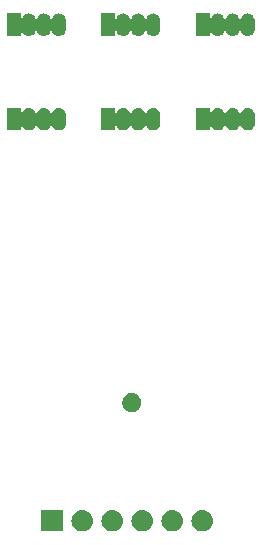
<source format=gbr>
G04 #@! TF.GenerationSoftware,KiCad,Pcbnew,(5.1.4)-1*
G04 #@! TF.CreationDate,2021-05-12T10:10:47-04:00*
G04 #@! TF.ProjectId,QAZ_IS31FL3746A_breakoutboard,51415a5f-4953-4333-9146-4c3337343641,rev?*
G04 #@! TF.SameCoordinates,Original*
G04 #@! TF.FileFunction,Soldermask,Bot*
G04 #@! TF.FilePolarity,Negative*
%FSLAX46Y46*%
G04 Gerber Fmt 4.6, Leading zero omitted, Abs format (unit mm)*
G04 Created by KiCad (PCBNEW (5.1.4)-1) date 2021-05-12 10:10:47*
%MOMM*%
%LPD*%
G04 APERTURE LIST*
%ADD10C,0.100000*%
G04 APERTURE END LIST*
D10*
G36*
X145626588Y-75112234D02*
G01*
X145796389Y-75163743D01*
X145952879Y-75247389D01*
X146090043Y-75359957D01*
X146202611Y-75497121D01*
X146286257Y-75653611D01*
X146337766Y-75823412D01*
X146355158Y-76000000D01*
X146337766Y-76176588D01*
X146286257Y-76346389D01*
X146202611Y-76502879D01*
X146090043Y-76640043D01*
X145952879Y-76752611D01*
X145796389Y-76836257D01*
X145626588Y-76887766D01*
X145494249Y-76900800D01*
X145405751Y-76900800D01*
X145273412Y-76887766D01*
X145103611Y-76836257D01*
X144947121Y-76752611D01*
X144809957Y-76640043D01*
X144697389Y-76502879D01*
X144613743Y-76346389D01*
X144562234Y-76176588D01*
X144544842Y-76000000D01*
X144562234Y-75823412D01*
X144613743Y-75653611D01*
X144697389Y-75497121D01*
X144809957Y-75359957D01*
X144947121Y-75247389D01*
X145103611Y-75163743D01*
X145273412Y-75112234D01*
X145405751Y-75099200D01*
X145494249Y-75099200D01*
X145626588Y-75112234D01*
X145626588Y-75112234D01*
G37*
G36*
X140546588Y-75112234D02*
G01*
X140716389Y-75163743D01*
X140872879Y-75247389D01*
X141010043Y-75359957D01*
X141122611Y-75497121D01*
X141206257Y-75653611D01*
X141257766Y-75823412D01*
X141275158Y-76000000D01*
X141257766Y-76176588D01*
X141206257Y-76346389D01*
X141122611Y-76502879D01*
X141010043Y-76640043D01*
X140872879Y-76752611D01*
X140716389Y-76836257D01*
X140546588Y-76887766D01*
X140414249Y-76900800D01*
X140325751Y-76900800D01*
X140193412Y-76887766D01*
X140023611Y-76836257D01*
X139867121Y-76752611D01*
X139729957Y-76640043D01*
X139617389Y-76502879D01*
X139533743Y-76346389D01*
X139482234Y-76176588D01*
X139464842Y-76000000D01*
X139482234Y-75823412D01*
X139533743Y-75653611D01*
X139617389Y-75497121D01*
X139729957Y-75359957D01*
X139867121Y-75247389D01*
X140023611Y-75163743D01*
X140193412Y-75112234D01*
X140325751Y-75099200D01*
X140414249Y-75099200D01*
X140546588Y-75112234D01*
X140546588Y-75112234D01*
G37*
G36*
X138006588Y-75112234D02*
G01*
X138176389Y-75163743D01*
X138332879Y-75247389D01*
X138470043Y-75359957D01*
X138582611Y-75497121D01*
X138666257Y-75653611D01*
X138717766Y-75823412D01*
X138735158Y-76000000D01*
X138717766Y-76176588D01*
X138666257Y-76346389D01*
X138582611Y-76502879D01*
X138470043Y-76640043D01*
X138332879Y-76752611D01*
X138176389Y-76836257D01*
X138006588Y-76887766D01*
X137874249Y-76900800D01*
X137785751Y-76900800D01*
X137653412Y-76887766D01*
X137483611Y-76836257D01*
X137327121Y-76752611D01*
X137189957Y-76640043D01*
X137077389Y-76502879D01*
X136993743Y-76346389D01*
X136942234Y-76176588D01*
X136924842Y-76000000D01*
X136942234Y-75823412D01*
X136993743Y-75653611D01*
X137077389Y-75497121D01*
X137189957Y-75359957D01*
X137327121Y-75247389D01*
X137483611Y-75163743D01*
X137653412Y-75112234D01*
X137785751Y-75099200D01*
X137874249Y-75099200D01*
X138006588Y-75112234D01*
X138006588Y-75112234D01*
G37*
G36*
X135466588Y-75112234D02*
G01*
X135636389Y-75163743D01*
X135792879Y-75247389D01*
X135930043Y-75359957D01*
X136042611Y-75497121D01*
X136126257Y-75653611D01*
X136177766Y-75823412D01*
X136195158Y-76000000D01*
X136177766Y-76176588D01*
X136126257Y-76346389D01*
X136042611Y-76502879D01*
X135930043Y-76640043D01*
X135792879Y-76752611D01*
X135636389Y-76836257D01*
X135466588Y-76887766D01*
X135334249Y-76900800D01*
X135245751Y-76900800D01*
X135113412Y-76887766D01*
X134943611Y-76836257D01*
X134787121Y-76752611D01*
X134649957Y-76640043D01*
X134537389Y-76502879D01*
X134453743Y-76346389D01*
X134402234Y-76176588D01*
X134384842Y-76000000D01*
X134402234Y-75823412D01*
X134453743Y-75653611D01*
X134537389Y-75497121D01*
X134649957Y-75359957D01*
X134787121Y-75247389D01*
X134943611Y-75163743D01*
X135113412Y-75112234D01*
X135245751Y-75099200D01*
X135334249Y-75099200D01*
X135466588Y-75112234D01*
X135466588Y-75112234D01*
G37*
G36*
X133650800Y-76900800D02*
G01*
X131849200Y-76900800D01*
X131849200Y-75099200D01*
X133650800Y-75099200D01*
X133650800Y-76900800D01*
X133650800Y-76900800D01*
G37*
G36*
X143086588Y-75112234D02*
G01*
X143256389Y-75163743D01*
X143412879Y-75247389D01*
X143550043Y-75359957D01*
X143662611Y-75497121D01*
X143746257Y-75653611D01*
X143797766Y-75823412D01*
X143815158Y-76000000D01*
X143797766Y-76176588D01*
X143746257Y-76346389D01*
X143662611Y-76502879D01*
X143550043Y-76640043D01*
X143412879Y-76752611D01*
X143256389Y-76836257D01*
X143086588Y-76887766D01*
X142954249Y-76900800D01*
X142865751Y-76900800D01*
X142733412Y-76887766D01*
X142563611Y-76836257D01*
X142407121Y-76752611D01*
X142269957Y-76640043D01*
X142157389Y-76502879D01*
X142073743Y-76346389D01*
X142022234Y-76176588D01*
X142004842Y-76000000D01*
X142022234Y-75823412D01*
X142073743Y-75653611D01*
X142157389Y-75497121D01*
X142269957Y-75359957D01*
X142407121Y-75247389D01*
X142563611Y-75163743D01*
X142733412Y-75112234D01*
X142865751Y-75099200D01*
X142954249Y-75099200D01*
X143086588Y-75112234D01*
X143086588Y-75112234D01*
G37*
G36*
X139737085Y-65218435D02*
G01*
X139885005Y-65279706D01*
X140018130Y-65368657D01*
X140131343Y-65481870D01*
X140220294Y-65614995D01*
X140281565Y-65762915D01*
X140312800Y-65919946D01*
X140312800Y-66080054D01*
X140281565Y-66237085D01*
X140220294Y-66385005D01*
X140131343Y-66518130D01*
X140018130Y-66631343D01*
X139885005Y-66720294D01*
X139737085Y-66781565D01*
X139580054Y-66812800D01*
X139419946Y-66812800D01*
X139262915Y-66781565D01*
X139114995Y-66720294D01*
X138981870Y-66631343D01*
X138868657Y-66518130D01*
X138779706Y-66385005D01*
X138718435Y-66237085D01*
X138687200Y-66080054D01*
X138687200Y-65919946D01*
X138718435Y-65762915D01*
X138779706Y-65614995D01*
X138868657Y-65481870D01*
X138981870Y-65368657D01*
X139114995Y-65279706D01*
X139262915Y-65218435D01*
X139419946Y-65187200D01*
X139580054Y-65187200D01*
X139737085Y-65218435D01*
X139737085Y-65218435D01*
G37*
G36*
X149424836Y-41057676D02*
G01*
X149535259Y-41091173D01*
X149586143Y-41118371D01*
X149637028Y-41145569D01*
X149726227Y-41218773D01*
X149799431Y-41307971D01*
X149799432Y-41307973D01*
X149853827Y-41409740D01*
X149887324Y-41520163D01*
X149895800Y-41606225D01*
X149895800Y-42393775D01*
X149887324Y-42479837D01*
X149853827Y-42590260D01*
X149826629Y-42641144D01*
X149799431Y-42692029D01*
X149726227Y-42781227D01*
X149637029Y-42854431D01*
X149586144Y-42881629D01*
X149535260Y-42908827D01*
X149424837Y-42942324D01*
X149310000Y-42953634D01*
X149195164Y-42942324D01*
X149084741Y-42908827D01*
X149033857Y-42881629D01*
X148982972Y-42854431D01*
X148893774Y-42781227D01*
X148820570Y-42692029D01*
X148766174Y-42590260D01*
X148766174Y-42590259D01*
X148732676Y-42479837D01*
X148725255Y-42404487D01*
X148723325Y-42394783D01*
X148719536Y-42385637D01*
X148714036Y-42377406D01*
X148707036Y-42370406D01*
X148698805Y-42364906D01*
X148689659Y-42361118D01*
X148679950Y-42359186D01*
X148670050Y-42359186D01*
X148660341Y-42361117D01*
X148651195Y-42364906D01*
X148642964Y-42370406D01*
X148635964Y-42377406D01*
X148630464Y-42385637D01*
X148626676Y-42394783D01*
X148624745Y-42404487D01*
X148617324Y-42479837D01*
X148583827Y-42590260D01*
X148556629Y-42641144D01*
X148529431Y-42692029D01*
X148456227Y-42781227D01*
X148367029Y-42854431D01*
X148316144Y-42881629D01*
X148265260Y-42908827D01*
X148154837Y-42942324D01*
X148040000Y-42953634D01*
X147925164Y-42942324D01*
X147814741Y-42908827D01*
X147763857Y-42881629D01*
X147712972Y-42854431D01*
X147623774Y-42781227D01*
X147550570Y-42692029D01*
X147496174Y-42590260D01*
X147496174Y-42590259D01*
X147462676Y-42479837D01*
X147455255Y-42404487D01*
X147453325Y-42394783D01*
X147449536Y-42385637D01*
X147444036Y-42377406D01*
X147437036Y-42370406D01*
X147428805Y-42364906D01*
X147419659Y-42361118D01*
X147409950Y-42359186D01*
X147400050Y-42359186D01*
X147390341Y-42361117D01*
X147381195Y-42364906D01*
X147372964Y-42370406D01*
X147365964Y-42377406D01*
X147360464Y-42385637D01*
X147356676Y-42394783D01*
X147354745Y-42404487D01*
X147347324Y-42479837D01*
X147313827Y-42590260D01*
X147286629Y-42641144D01*
X147259431Y-42692029D01*
X147186227Y-42781227D01*
X147097029Y-42854431D01*
X147046144Y-42881629D01*
X146995260Y-42908827D01*
X146884837Y-42942324D01*
X146770000Y-42953634D01*
X146655164Y-42942324D01*
X146544741Y-42908827D01*
X146493857Y-42881629D01*
X146442972Y-42854431D01*
X146353774Y-42781227D01*
X146280570Y-42692029D01*
X146226174Y-42590260D01*
X146226174Y-42590259D01*
X146192676Y-42479837D01*
X146186554Y-42417677D01*
X146184624Y-42407973D01*
X146180835Y-42398827D01*
X146175335Y-42390596D01*
X146168335Y-42383596D01*
X146160104Y-42378096D01*
X146150958Y-42374308D01*
X146141249Y-42372376D01*
X146131349Y-42372376D01*
X146121640Y-42374307D01*
X146112494Y-42378096D01*
X146104263Y-42383596D01*
X146097263Y-42390596D01*
X146091763Y-42398827D01*
X146087975Y-42407973D01*
X146086043Y-42417682D01*
X146085800Y-42422632D01*
X146085800Y-42950800D01*
X144914200Y-42950800D01*
X144914200Y-41049200D01*
X146085800Y-41049200D01*
X146085800Y-41577369D01*
X146086770Y-41587221D01*
X146089644Y-41596694D01*
X146094311Y-41605425D01*
X146100591Y-41613077D01*
X146108243Y-41619357D01*
X146116974Y-41624024D01*
X146126447Y-41626898D01*
X146136299Y-41627868D01*
X146146151Y-41626898D01*
X146155624Y-41624024D01*
X146164355Y-41619357D01*
X146172007Y-41613077D01*
X146178287Y-41605425D01*
X146182954Y-41596694D01*
X146185828Y-41587221D01*
X146186555Y-41582319D01*
X146192676Y-41520164D01*
X146226173Y-41409741D01*
X146253371Y-41358857D01*
X146280569Y-41307972D01*
X146353773Y-41218773D01*
X146442971Y-41145569D01*
X146493856Y-41118371D01*
X146544740Y-41091173D01*
X146655163Y-41057676D01*
X146770000Y-41046366D01*
X146884836Y-41057676D01*
X146995259Y-41091173D01*
X147046143Y-41118371D01*
X147097028Y-41145569D01*
X147186227Y-41218773D01*
X147259431Y-41307971D01*
X147259432Y-41307973D01*
X147313827Y-41409740D01*
X147347324Y-41520163D01*
X147354745Y-41595513D01*
X147356675Y-41605217D01*
X147360464Y-41614363D01*
X147365964Y-41622594D01*
X147372964Y-41629594D01*
X147381195Y-41635094D01*
X147390341Y-41638882D01*
X147400050Y-41640814D01*
X147409950Y-41640814D01*
X147419659Y-41638883D01*
X147428805Y-41635094D01*
X147437036Y-41629594D01*
X147444036Y-41622594D01*
X147449536Y-41614363D01*
X147453324Y-41605217D01*
X147455256Y-41595508D01*
X147456555Y-41582319D01*
X147462676Y-41520164D01*
X147496173Y-41409741D01*
X147523371Y-41358857D01*
X147550569Y-41307972D01*
X147623773Y-41218773D01*
X147712971Y-41145569D01*
X147763856Y-41118371D01*
X147814740Y-41091173D01*
X147925163Y-41057676D01*
X148040000Y-41046366D01*
X148154836Y-41057676D01*
X148265259Y-41091173D01*
X148316143Y-41118371D01*
X148367028Y-41145569D01*
X148456227Y-41218773D01*
X148529431Y-41307971D01*
X148529432Y-41307973D01*
X148583827Y-41409740D01*
X148617324Y-41520163D01*
X148624745Y-41595513D01*
X148626675Y-41605217D01*
X148630464Y-41614363D01*
X148635964Y-41622594D01*
X148642964Y-41629594D01*
X148651195Y-41635094D01*
X148660341Y-41638882D01*
X148670050Y-41640814D01*
X148679950Y-41640814D01*
X148689659Y-41638883D01*
X148698805Y-41635094D01*
X148707036Y-41629594D01*
X148714036Y-41622594D01*
X148719536Y-41614363D01*
X148723324Y-41605217D01*
X148725256Y-41595508D01*
X148726555Y-41582319D01*
X148732676Y-41520164D01*
X148766173Y-41409741D01*
X148793371Y-41358857D01*
X148820569Y-41307972D01*
X148893773Y-41218773D01*
X148982971Y-41145569D01*
X149033856Y-41118371D01*
X149084740Y-41091173D01*
X149195163Y-41057676D01*
X149310000Y-41046366D01*
X149424836Y-41057676D01*
X149424836Y-41057676D01*
G37*
G36*
X133424836Y-41057676D02*
G01*
X133535259Y-41091173D01*
X133586143Y-41118371D01*
X133637028Y-41145569D01*
X133726227Y-41218773D01*
X133799431Y-41307971D01*
X133799432Y-41307973D01*
X133853827Y-41409740D01*
X133887324Y-41520163D01*
X133895800Y-41606225D01*
X133895800Y-42393775D01*
X133887324Y-42479837D01*
X133853827Y-42590260D01*
X133826629Y-42641144D01*
X133799431Y-42692029D01*
X133726227Y-42781227D01*
X133637029Y-42854431D01*
X133586144Y-42881629D01*
X133535260Y-42908827D01*
X133424837Y-42942324D01*
X133310000Y-42953634D01*
X133195164Y-42942324D01*
X133084741Y-42908827D01*
X133033857Y-42881629D01*
X132982972Y-42854431D01*
X132893774Y-42781227D01*
X132820570Y-42692029D01*
X132766174Y-42590260D01*
X132766174Y-42590259D01*
X132732676Y-42479837D01*
X132725255Y-42404487D01*
X132723325Y-42394783D01*
X132719536Y-42385637D01*
X132714036Y-42377406D01*
X132707036Y-42370406D01*
X132698805Y-42364906D01*
X132689659Y-42361118D01*
X132679950Y-42359186D01*
X132670050Y-42359186D01*
X132660341Y-42361117D01*
X132651195Y-42364906D01*
X132642964Y-42370406D01*
X132635964Y-42377406D01*
X132630464Y-42385637D01*
X132626676Y-42394783D01*
X132624745Y-42404487D01*
X132617324Y-42479837D01*
X132583827Y-42590260D01*
X132556629Y-42641144D01*
X132529431Y-42692029D01*
X132456227Y-42781227D01*
X132367029Y-42854431D01*
X132316144Y-42881629D01*
X132265260Y-42908827D01*
X132154837Y-42942324D01*
X132040000Y-42953634D01*
X131925164Y-42942324D01*
X131814741Y-42908827D01*
X131763857Y-42881629D01*
X131712972Y-42854431D01*
X131623774Y-42781227D01*
X131550570Y-42692029D01*
X131496174Y-42590260D01*
X131496174Y-42590259D01*
X131462676Y-42479837D01*
X131455255Y-42404487D01*
X131453325Y-42394783D01*
X131449536Y-42385637D01*
X131444036Y-42377406D01*
X131437036Y-42370406D01*
X131428805Y-42364906D01*
X131419659Y-42361118D01*
X131409950Y-42359186D01*
X131400050Y-42359186D01*
X131390341Y-42361117D01*
X131381195Y-42364906D01*
X131372964Y-42370406D01*
X131365964Y-42377406D01*
X131360464Y-42385637D01*
X131356676Y-42394783D01*
X131354745Y-42404487D01*
X131347324Y-42479837D01*
X131313827Y-42590260D01*
X131286629Y-42641144D01*
X131259431Y-42692029D01*
X131186227Y-42781227D01*
X131097029Y-42854431D01*
X131046144Y-42881629D01*
X130995260Y-42908827D01*
X130884837Y-42942324D01*
X130770000Y-42953634D01*
X130655164Y-42942324D01*
X130544741Y-42908827D01*
X130493857Y-42881629D01*
X130442972Y-42854431D01*
X130353774Y-42781227D01*
X130280570Y-42692029D01*
X130226174Y-42590260D01*
X130226174Y-42590259D01*
X130192676Y-42479837D01*
X130186554Y-42417677D01*
X130184624Y-42407973D01*
X130180835Y-42398827D01*
X130175335Y-42390596D01*
X130168335Y-42383596D01*
X130160104Y-42378096D01*
X130150958Y-42374308D01*
X130141249Y-42372376D01*
X130131349Y-42372376D01*
X130121640Y-42374307D01*
X130112494Y-42378096D01*
X130104263Y-42383596D01*
X130097263Y-42390596D01*
X130091763Y-42398827D01*
X130087975Y-42407973D01*
X130086043Y-42417682D01*
X130085800Y-42422632D01*
X130085800Y-42950800D01*
X128914200Y-42950800D01*
X128914200Y-41049200D01*
X130085800Y-41049200D01*
X130085800Y-41577369D01*
X130086770Y-41587221D01*
X130089644Y-41596694D01*
X130094311Y-41605425D01*
X130100591Y-41613077D01*
X130108243Y-41619357D01*
X130116974Y-41624024D01*
X130126447Y-41626898D01*
X130136299Y-41627868D01*
X130146151Y-41626898D01*
X130155624Y-41624024D01*
X130164355Y-41619357D01*
X130172007Y-41613077D01*
X130178287Y-41605425D01*
X130182954Y-41596694D01*
X130185828Y-41587221D01*
X130186555Y-41582319D01*
X130192676Y-41520164D01*
X130226173Y-41409741D01*
X130253371Y-41358857D01*
X130280569Y-41307972D01*
X130353773Y-41218773D01*
X130442971Y-41145569D01*
X130493856Y-41118371D01*
X130544740Y-41091173D01*
X130655163Y-41057676D01*
X130770000Y-41046366D01*
X130884836Y-41057676D01*
X130995259Y-41091173D01*
X131046143Y-41118371D01*
X131097028Y-41145569D01*
X131186227Y-41218773D01*
X131259431Y-41307971D01*
X131259432Y-41307973D01*
X131313827Y-41409740D01*
X131347324Y-41520163D01*
X131354745Y-41595513D01*
X131356675Y-41605217D01*
X131360464Y-41614363D01*
X131365964Y-41622594D01*
X131372964Y-41629594D01*
X131381195Y-41635094D01*
X131390341Y-41638882D01*
X131400050Y-41640814D01*
X131409950Y-41640814D01*
X131419659Y-41638883D01*
X131428805Y-41635094D01*
X131437036Y-41629594D01*
X131444036Y-41622594D01*
X131449536Y-41614363D01*
X131453324Y-41605217D01*
X131455256Y-41595508D01*
X131456555Y-41582319D01*
X131462676Y-41520164D01*
X131496173Y-41409741D01*
X131523371Y-41358857D01*
X131550569Y-41307972D01*
X131623773Y-41218773D01*
X131712971Y-41145569D01*
X131763856Y-41118371D01*
X131814740Y-41091173D01*
X131925163Y-41057676D01*
X132040000Y-41046366D01*
X132154836Y-41057676D01*
X132265259Y-41091173D01*
X132316143Y-41118371D01*
X132367028Y-41145569D01*
X132456227Y-41218773D01*
X132529431Y-41307971D01*
X132529432Y-41307973D01*
X132583827Y-41409740D01*
X132617324Y-41520163D01*
X132624745Y-41595513D01*
X132626675Y-41605217D01*
X132630464Y-41614363D01*
X132635964Y-41622594D01*
X132642964Y-41629594D01*
X132651195Y-41635094D01*
X132660341Y-41638882D01*
X132670050Y-41640814D01*
X132679950Y-41640814D01*
X132689659Y-41638883D01*
X132698805Y-41635094D01*
X132707036Y-41629594D01*
X132714036Y-41622594D01*
X132719536Y-41614363D01*
X132723324Y-41605217D01*
X132725256Y-41595508D01*
X132726555Y-41582319D01*
X132732676Y-41520164D01*
X132766173Y-41409741D01*
X132793371Y-41358857D01*
X132820569Y-41307972D01*
X132893773Y-41218773D01*
X132982971Y-41145569D01*
X133033856Y-41118371D01*
X133084740Y-41091173D01*
X133195163Y-41057676D01*
X133310000Y-41046366D01*
X133424836Y-41057676D01*
X133424836Y-41057676D01*
G37*
G36*
X141424836Y-41057676D02*
G01*
X141535259Y-41091173D01*
X141586143Y-41118371D01*
X141637028Y-41145569D01*
X141726227Y-41218773D01*
X141799431Y-41307971D01*
X141799432Y-41307973D01*
X141853827Y-41409740D01*
X141887324Y-41520163D01*
X141895800Y-41606225D01*
X141895800Y-42393775D01*
X141887324Y-42479837D01*
X141853827Y-42590260D01*
X141826629Y-42641144D01*
X141799431Y-42692029D01*
X141726227Y-42781227D01*
X141637029Y-42854431D01*
X141586144Y-42881629D01*
X141535260Y-42908827D01*
X141424837Y-42942324D01*
X141310000Y-42953634D01*
X141195164Y-42942324D01*
X141084741Y-42908827D01*
X141033857Y-42881629D01*
X140982972Y-42854431D01*
X140893774Y-42781227D01*
X140820570Y-42692029D01*
X140766174Y-42590260D01*
X140766174Y-42590259D01*
X140732676Y-42479837D01*
X140725255Y-42404487D01*
X140723325Y-42394783D01*
X140719536Y-42385637D01*
X140714036Y-42377406D01*
X140707036Y-42370406D01*
X140698805Y-42364906D01*
X140689659Y-42361118D01*
X140679950Y-42359186D01*
X140670050Y-42359186D01*
X140660341Y-42361117D01*
X140651195Y-42364906D01*
X140642964Y-42370406D01*
X140635964Y-42377406D01*
X140630464Y-42385637D01*
X140626676Y-42394783D01*
X140624745Y-42404487D01*
X140617324Y-42479837D01*
X140583827Y-42590260D01*
X140556629Y-42641144D01*
X140529431Y-42692029D01*
X140456227Y-42781227D01*
X140367029Y-42854431D01*
X140316144Y-42881629D01*
X140265260Y-42908827D01*
X140154837Y-42942324D01*
X140040000Y-42953634D01*
X139925164Y-42942324D01*
X139814741Y-42908827D01*
X139763857Y-42881629D01*
X139712972Y-42854431D01*
X139623774Y-42781227D01*
X139550570Y-42692029D01*
X139496174Y-42590260D01*
X139496174Y-42590259D01*
X139462676Y-42479837D01*
X139455255Y-42404487D01*
X139453325Y-42394783D01*
X139449536Y-42385637D01*
X139444036Y-42377406D01*
X139437036Y-42370406D01*
X139428805Y-42364906D01*
X139419659Y-42361118D01*
X139409950Y-42359186D01*
X139400050Y-42359186D01*
X139390341Y-42361117D01*
X139381195Y-42364906D01*
X139372964Y-42370406D01*
X139365964Y-42377406D01*
X139360464Y-42385637D01*
X139356676Y-42394783D01*
X139354745Y-42404487D01*
X139347324Y-42479837D01*
X139313827Y-42590260D01*
X139286629Y-42641144D01*
X139259431Y-42692029D01*
X139186227Y-42781227D01*
X139097029Y-42854431D01*
X139046144Y-42881629D01*
X138995260Y-42908827D01*
X138884837Y-42942324D01*
X138770000Y-42953634D01*
X138655164Y-42942324D01*
X138544741Y-42908827D01*
X138493857Y-42881629D01*
X138442972Y-42854431D01*
X138353774Y-42781227D01*
X138280570Y-42692029D01*
X138226174Y-42590260D01*
X138226174Y-42590259D01*
X138192676Y-42479837D01*
X138186554Y-42417677D01*
X138184624Y-42407973D01*
X138180835Y-42398827D01*
X138175335Y-42390596D01*
X138168335Y-42383596D01*
X138160104Y-42378096D01*
X138150958Y-42374308D01*
X138141249Y-42372376D01*
X138131349Y-42372376D01*
X138121640Y-42374307D01*
X138112494Y-42378096D01*
X138104263Y-42383596D01*
X138097263Y-42390596D01*
X138091763Y-42398827D01*
X138087975Y-42407973D01*
X138086043Y-42417682D01*
X138085800Y-42422632D01*
X138085800Y-42950800D01*
X136914200Y-42950800D01*
X136914200Y-41049200D01*
X138085800Y-41049200D01*
X138085800Y-41577369D01*
X138086770Y-41587221D01*
X138089644Y-41596694D01*
X138094311Y-41605425D01*
X138100591Y-41613077D01*
X138108243Y-41619357D01*
X138116974Y-41624024D01*
X138126447Y-41626898D01*
X138136299Y-41627868D01*
X138146151Y-41626898D01*
X138155624Y-41624024D01*
X138164355Y-41619357D01*
X138172007Y-41613077D01*
X138178287Y-41605425D01*
X138182954Y-41596694D01*
X138185828Y-41587221D01*
X138186555Y-41582319D01*
X138192676Y-41520164D01*
X138226173Y-41409741D01*
X138253371Y-41358857D01*
X138280569Y-41307972D01*
X138353773Y-41218773D01*
X138442971Y-41145569D01*
X138493856Y-41118371D01*
X138544740Y-41091173D01*
X138655163Y-41057676D01*
X138770000Y-41046366D01*
X138884836Y-41057676D01*
X138995259Y-41091173D01*
X139046143Y-41118371D01*
X139097028Y-41145569D01*
X139186227Y-41218773D01*
X139259431Y-41307971D01*
X139259432Y-41307973D01*
X139313827Y-41409740D01*
X139347324Y-41520163D01*
X139354745Y-41595513D01*
X139356675Y-41605217D01*
X139360464Y-41614363D01*
X139365964Y-41622594D01*
X139372964Y-41629594D01*
X139381195Y-41635094D01*
X139390341Y-41638882D01*
X139400050Y-41640814D01*
X139409950Y-41640814D01*
X139419659Y-41638883D01*
X139428805Y-41635094D01*
X139437036Y-41629594D01*
X139444036Y-41622594D01*
X139449536Y-41614363D01*
X139453324Y-41605217D01*
X139455256Y-41595508D01*
X139456555Y-41582319D01*
X139462676Y-41520164D01*
X139496173Y-41409741D01*
X139523371Y-41358857D01*
X139550569Y-41307972D01*
X139623773Y-41218773D01*
X139712971Y-41145569D01*
X139763856Y-41118371D01*
X139814740Y-41091173D01*
X139925163Y-41057676D01*
X140040000Y-41046366D01*
X140154836Y-41057676D01*
X140265259Y-41091173D01*
X140316143Y-41118371D01*
X140367028Y-41145569D01*
X140456227Y-41218773D01*
X140529431Y-41307971D01*
X140529432Y-41307973D01*
X140583827Y-41409740D01*
X140617324Y-41520163D01*
X140624745Y-41595513D01*
X140626675Y-41605217D01*
X140630464Y-41614363D01*
X140635964Y-41622594D01*
X140642964Y-41629594D01*
X140651195Y-41635094D01*
X140660341Y-41638882D01*
X140670050Y-41640814D01*
X140679950Y-41640814D01*
X140689659Y-41638883D01*
X140698805Y-41635094D01*
X140707036Y-41629594D01*
X140714036Y-41622594D01*
X140719536Y-41614363D01*
X140723324Y-41605217D01*
X140725256Y-41595508D01*
X140726555Y-41582319D01*
X140732676Y-41520164D01*
X140766173Y-41409741D01*
X140793371Y-41358857D01*
X140820569Y-41307972D01*
X140893773Y-41218773D01*
X140982971Y-41145569D01*
X141033856Y-41118371D01*
X141084740Y-41091173D01*
X141195163Y-41057676D01*
X141310000Y-41046366D01*
X141424836Y-41057676D01*
X141424836Y-41057676D01*
G37*
G36*
X149424836Y-33057676D02*
G01*
X149535259Y-33091173D01*
X149586143Y-33118371D01*
X149637028Y-33145569D01*
X149726227Y-33218773D01*
X149799431Y-33307971D01*
X149799432Y-33307973D01*
X149853827Y-33409740D01*
X149887324Y-33520163D01*
X149895800Y-33606225D01*
X149895800Y-34393775D01*
X149887324Y-34479837D01*
X149853827Y-34590260D01*
X149826629Y-34641144D01*
X149799431Y-34692029D01*
X149726227Y-34781227D01*
X149637029Y-34854431D01*
X149586144Y-34881629D01*
X149535260Y-34908827D01*
X149424837Y-34942324D01*
X149310000Y-34953634D01*
X149195164Y-34942324D01*
X149084741Y-34908827D01*
X149033857Y-34881629D01*
X148982972Y-34854431D01*
X148893774Y-34781227D01*
X148820570Y-34692029D01*
X148766174Y-34590260D01*
X148766174Y-34590259D01*
X148732676Y-34479837D01*
X148725255Y-34404487D01*
X148723325Y-34394783D01*
X148719536Y-34385637D01*
X148714036Y-34377406D01*
X148707036Y-34370406D01*
X148698805Y-34364906D01*
X148689659Y-34361118D01*
X148679950Y-34359186D01*
X148670050Y-34359186D01*
X148660341Y-34361117D01*
X148651195Y-34364906D01*
X148642964Y-34370406D01*
X148635964Y-34377406D01*
X148630464Y-34385637D01*
X148626676Y-34394783D01*
X148624745Y-34404487D01*
X148617324Y-34479837D01*
X148583827Y-34590260D01*
X148556629Y-34641144D01*
X148529431Y-34692029D01*
X148456227Y-34781227D01*
X148367029Y-34854431D01*
X148316144Y-34881629D01*
X148265260Y-34908827D01*
X148154837Y-34942324D01*
X148040000Y-34953634D01*
X147925164Y-34942324D01*
X147814741Y-34908827D01*
X147763857Y-34881629D01*
X147712972Y-34854431D01*
X147623774Y-34781227D01*
X147550570Y-34692029D01*
X147496174Y-34590260D01*
X147496174Y-34590259D01*
X147462676Y-34479837D01*
X147455255Y-34404487D01*
X147453325Y-34394783D01*
X147449536Y-34385637D01*
X147444036Y-34377406D01*
X147437036Y-34370406D01*
X147428805Y-34364906D01*
X147419659Y-34361118D01*
X147409950Y-34359186D01*
X147400050Y-34359186D01*
X147390341Y-34361117D01*
X147381195Y-34364906D01*
X147372964Y-34370406D01*
X147365964Y-34377406D01*
X147360464Y-34385637D01*
X147356676Y-34394783D01*
X147354745Y-34404487D01*
X147347324Y-34479837D01*
X147313827Y-34590260D01*
X147286629Y-34641144D01*
X147259431Y-34692029D01*
X147186227Y-34781227D01*
X147097029Y-34854431D01*
X147046144Y-34881629D01*
X146995260Y-34908827D01*
X146884837Y-34942324D01*
X146770000Y-34953634D01*
X146655164Y-34942324D01*
X146544741Y-34908827D01*
X146493857Y-34881629D01*
X146442972Y-34854431D01*
X146353774Y-34781227D01*
X146280570Y-34692029D01*
X146226174Y-34590260D01*
X146226174Y-34590259D01*
X146192676Y-34479837D01*
X146186554Y-34417677D01*
X146184624Y-34407973D01*
X146180835Y-34398827D01*
X146175335Y-34390596D01*
X146168335Y-34383596D01*
X146160104Y-34378096D01*
X146150958Y-34374308D01*
X146141249Y-34372376D01*
X146131349Y-34372376D01*
X146121640Y-34374307D01*
X146112494Y-34378096D01*
X146104263Y-34383596D01*
X146097263Y-34390596D01*
X146091763Y-34398827D01*
X146087975Y-34407973D01*
X146086043Y-34417682D01*
X146085800Y-34422632D01*
X146085800Y-34950800D01*
X144914200Y-34950800D01*
X144914200Y-33049200D01*
X146085800Y-33049200D01*
X146085800Y-33577369D01*
X146086770Y-33587221D01*
X146089644Y-33596694D01*
X146094311Y-33605425D01*
X146100591Y-33613077D01*
X146108243Y-33619357D01*
X146116974Y-33624024D01*
X146126447Y-33626898D01*
X146136299Y-33627868D01*
X146146151Y-33626898D01*
X146155624Y-33624024D01*
X146164355Y-33619357D01*
X146172007Y-33613077D01*
X146178287Y-33605425D01*
X146182954Y-33596694D01*
X146185828Y-33587221D01*
X146186555Y-33582319D01*
X146192676Y-33520164D01*
X146226173Y-33409741D01*
X146253371Y-33358857D01*
X146280569Y-33307972D01*
X146353773Y-33218773D01*
X146442971Y-33145569D01*
X146493856Y-33118371D01*
X146544740Y-33091173D01*
X146655163Y-33057676D01*
X146770000Y-33046366D01*
X146884836Y-33057676D01*
X146995259Y-33091173D01*
X147046143Y-33118371D01*
X147097028Y-33145569D01*
X147186227Y-33218773D01*
X147259431Y-33307971D01*
X147259432Y-33307973D01*
X147313827Y-33409740D01*
X147347324Y-33520163D01*
X147354745Y-33595513D01*
X147356675Y-33605217D01*
X147360464Y-33614363D01*
X147365964Y-33622594D01*
X147372964Y-33629594D01*
X147381195Y-33635094D01*
X147390341Y-33638882D01*
X147400050Y-33640814D01*
X147409950Y-33640814D01*
X147419659Y-33638883D01*
X147428805Y-33635094D01*
X147437036Y-33629594D01*
X147444036Y-33622594D01*
X147449536Y-33614363D01*
X147453324Y-33605217D01*
X147455256Y-33595508D01*
X147456555Y-33582319D01*
X147462676Y-33520164D01*
X147496173Y-33409741D01*
X147523371Y-33358857D01*
X147550569Y-33307972D01*
X147623773Y-33218773D01*
X147712971Y-33145569D01*
X147763856Y-33118371D01*
X147814740Y-33091173D01*
X147925163Y-33057676D01*
X148040000Y-33046366D01*
X148154836Y-33057676D01*
X148265259Y-33091173D01*
X148316143Y-33118371D01*
X148367028Y-33145569D01*
X148456227Y-33218773D01*
X148529431Y-33307971D01*
X148529432Y-33307973D01*
X148583827Y-33409740D01*
X148617324Y-33520163D01*
X148624745Y-33595513D01*
X148626675Y-33605217D01*
X148630464Y-33614363D01*
X148635964Y-33622594D01*
X148642964Y-33629594D01*
X148651195Y-33635094D01*
X148660341Y-33638882D01*
X148670050Y-33640814D01*
X148679950Y-33640814D01*
X148689659Y-33638883D01*
X148698805Y-33635094D01*
X148707036Y-33629594D01*
X148714036Y-33622594D01*
X148719536Y-33614363D01*
X148723324Y-33605217D01*
X148725256Y-33595508D01*
X148726555Y-33582319D01*
X148732676Y-33520164D01*
X148766173Y-33409741D01*
X148793371Y-33358857D01*
X148820569Y-33307972D01*
X148893773Y-33218773D01*
X148982971Y-33145569D01*
X149033856Y-33118371D01*
X149084740Y-33091173D01*
X149195163Y-33057676D01*
X149310000Y-33046366D01*
X149424836Y-33057676D01*
X149424836Y-33057676D01*
G37*
G36*
X133424836Y-33057676D02*
G01*
X133535259Y-33091173D01*
X133586143Y-33118371D01*
X133637028Y-33145569D01*
X133726227Y-33218773D01*
X133799431Y-33307971D01*
X133799432Y-33307973D01*
X133853827Y-33409740D01*
X133887324Y-33520163D01*
X133895800Y-33606225D01*
X133895800Y-34393775D01*
X133887324Y-34479837D01*
X133853827Y-34590260D01*
X133826629Y-34641144D01*
X133799431Y-34692029D01*
X133726227Y-34781227D01*
X133637029Y-34854431D01*
X133586144Y-34881629D01*
X133535260Y-34908827D01*
X133424837Y-34942324D01*
X133310000Y-34953634D01*
X133195164Y-34942324D01*
X133084741Y-34908827D01*
X133033857Y-34881629D01*
X132982972Y-34854431D01*
X132893774Y-34781227D01*
X132820570Y-34692029D01*
X132766174Y-34590260D01*
X132766174Y-34590259D01*
X132732676Y-34479837D01*
X132725255Y-34404487D01*
X132723325Y-34394783D01*
X132719536Y-34385637D01*
X132714036Y-34377406D01*
X132707036Y-34370406D01*
X132698805Y-34364906D01*
X132689659Y-34361118D01*
X132679950Y-34359186D01*
X132670050Y-34359186D01*
X132660341Y-34361117D01*
X132651195Y-34364906D01*
X132642964Y-34370406D01*
X132635964Y-34377406D01*
X132630464Y-34385637D01*
X132626676Y-34394783D01*
X132624745Y-34404487D01*
X132617324Y-34479837D01*
X132583827Y-34590260D01*
X132556629Y-34641144D01*
X132529431Y-34692029D01*
X132456227Y-34781227D01*
X132367029Y-34854431D01*
X132316144Y-34881629D01*
X132265260Y-34908827D01*
X132154837Y-34942324D01*
X132040000Y-34953634D01*
X131925164Y-34942324D01*
X131814741Y-34908827D01*
X131763857Y-34881629D01*
X131712972Y-34854431D01*
X131623774Y-34781227D01*
X131550570Y-34692029D01*
X131496174Y-34590260D01*
X131496174Y-34590259D01*
X131462676Y-34479837D01*
X131455255Y-34404487D01*
X131453325Y-34394783D01*
X131449536Y-34385637D01*
X131444036Y-34377406D01*
X131437036Y-34370406D01*
X131428805Y-34364906D01*
X131419659Y-34361118D01*
X131409950Y-34359186D01*
X131400050Y-34359186D01*
X131390341Y-34361117D01*
X131381195Y-34364906D01*
X131372964Y-34370406D01*
X131365964Y-34377406D01*
X131360464Y-34385637D01*
X131356676Y-34394783D01*
X131354745Y-34404487D01*
X131347324Y-34479837D01*
X131313827Y-34590260D01*
X131286629Y-34641144D01*
X131259431Y-34692029D01*
X131186227Y-34781227D01*
X131097029Y-34854431D01*
X131046144Y-34881629D01*
X130995260Y-34908827D01*
X130884837Y-34942324D01*
X130770000Y-34953634D01*
X130655164Y-34942324D01*
X130544741Y-34908827D01*
X130493857Y-34881629D01*
X130442972Y-34854431D01*
X130353774Y-34781227D01*
X130280570Y-34692029D01*
X130226174Y-34590260D01*
X130226174Y-34590259D01*
X130192676Y-34479837D01*
X130186554Y-34417677D01*
X130184624Y-34407973D01*
X130180835Y-34398827D01*
X130175335Y-34390596D01*
X130168335Y-34383596D01*
X130160104Y-34378096D01*
X130150958Y-34374308D01*
X130141249Y-34372376D01*
X130131349Y-34372376D01*
X130121640Y-34374307D01*
X130112494Y-34378096D01*
X130104263Y-34383596D01*
X130097263Y-34390596D01*
X130091763Y-34398827D01*
X130087975Y-34407973D01*
X130086043Y-34417682D01*
X130085800Y-34422632D01*
X130085800Y-34950800D01*
X128914200Y-34950800D01*
X128914200Y-33049200D01*
X130085800Y-33049200D01*
X130085800Y-33577369D01*
X130086770Y-33587221D01*
X130089644Y-33596694D01*
X130094311Y-33605425D01*
X130100591Y-33613077D01*
X130108243Y-33619357D01*
X130116974Y-33624024D01*
X130126447Y-33626898D01*
X130136299Y-33627868D01*
X130146151Y-33626898D01*
X130155624Y-33624024D01*
X130164355Y-33619357D01*
X130172007Y-33613077D01*
X130178287Y-33605425D01*
X130182954Y-33596694D01*
X130185828Y-33587221D01*
X130186555Y-33582319D01*
X130192676Y-33520164D01*
X130226173Y-33409741D01*
X130253371Y-33358857D01*
X130280569Y-33307972D01*
X130353773Y-33218773D01*
X130442971Y-33145569D01*
X130493856Y-33118371D01*
X130544740Y-33091173D01*
X130655163Y-33057676D01*
X130770000Y-33046366D01*
X130884836Y-33057676D01*
X130995259Y-33091173D01*
X131046143Y-33118371D01*
X131097028Y-33145569D01*
X131186227Y-33218773D01*
X131259431Y-33307971D01*
X131259432Y-33307973D01*
X131313827Y-33409740D01*
X131347324Y-33520163D01*
X131354745Y-33595513D01*
X131356675Y-33605217D01*
X131360464Y-33614363D01*
X131365964Y-33622594D01*
X131372964Y-33629594D01*
X131381195Y-33635094D01*
X131390341Y-33638882D01*
X131400050Y-33640814D01*
X131409950Y-33640814D01*
X131419659Y-33638883D01*
X131428805Y-33635094D01*
X131437036Y-33629594D01*
X131444036Y-33622594D01*
X131449536Y-33614363D01*
X131453324Y-33605217D01*
X131455256Y-33595508D01*
X131456555Y-33582319D01*
X131462676Y-33520164D01*
X131496173Y-33409741D01*
X131523371Y-33358857D01*
X131550569Y-33307972D01*
X131623773Y-33218773D01*
X131712971Y-33145569D01*
X131763856Y-33118371D01*
X131814740Y-33091173D01*
X131925163Y-33057676D01*
X132040000Y-33046366D01*
X132154836Y-33057676D01*
X132265259Y-33091173D01*
X132316143Y-33118371D01*
X132367028Y-33145569D01*
X132456227Y-33218773D01*
X132529431Y-33307971D01*
X132529432Y-33307973D01*
X132583827Y-33409740D01*
X132617324Y-33520163D01*
X132624745Y-33595513D01*
X132626675Y-33605217D01*
X132630464Y-33614363D01*
X132635964Y-33622594D01*
X132642964Y-33629594D01*
X132651195Y-33635094D01*
X132660341Y-33638882D01*
X132670050Y-33640814D01*
X132679950Y-33640814D01*
X132689659Y-33638883D01*
X132698805Y-33635094D01*
X132707036Y-33629594D01*
X132714036Y-33622594D01*
X132719536Y-33614363D01*
X132723324Y-33605217D01*
X132725256Y-33595508D01*
X132726555Y-33582319D01*
X132732676Y-33520164D01*
X132766173Y-33409741D01*
X132793371Y-33358857D01*
X132820569Y-33307972D01*
X132893773Y-33218773D01*
X132982971Y-33145569D01*
X133033856Y-33118371D01*
X133084740Y-33091173D01*
X133195163Y-33057676D01*
X133310000Y-33046366D01*
X133424836Y-33057676D01*
X133424836Y-33057676D01*
G37*
G36*
X141424836Y-33057676D02*
G01*
X141535259Y-33091173D01*
X141586143Y-33118371D01*
X141637028Y-33145569D01*
X141726227Y-33218773D01*
X141799431Y-33307971D01*
X141799432Y-33307973D01*
X141853827Y-33409740D01*
X141887324Y-33520163D01*
X141895800Y-33606225D01*
X141895800Y-34393775D01*
X141887324Y-34479837D01*
X141853827Y-34590260D01*
X141826629Y-34641144D01*
X141799431Y-34692029D01*
X141726227Y-34781227D01*
X141637029Y-34854431D01*
X141586144Y-34881629D01*
X141535260Y-34908827D01*
X141424837Y-34942324D01*
X141310000Y-34953634D01*
X141195164Y-34942324D01*
X141084741Y-34908827D01*
X141033857Y-34881629D01*
X140982972Y-34854431D01*
X140893774Y-34781227D01*
X140820570Y-34692029D01*
X140766174Y-34590260D01*
X140766174Y-34590259D01*
X140732676Y-34479837D01*
X140725255Y-34404487D01*
X140723325Y-34394783D01*
X140719536Y-34385637D01*
X140714036Y-34377406D01*
X140707036Y-34370406D01*
X140698805Y-34364906D01*
X140689659Y-34361118D01*
X140679950Y-34359186D01*
X140670050Y-34359186D01*
X140660341Y-34361117D01*
X140651195Y-34364906D01*
X140642964Y-34370406D01*
X140635964Y-34377406D01*
X140630464Y-34385637D01*
X140626676Y-34394783D01*
X140624745Y-34404487D01*
X140617324Y-34479837D01*
X140583827Y-34590260D01*
X140556629Y-34641144D01*
X140529431Y-34692029D01*
X140456227Y-34781227D01*
X140367029Y-34854431D01*
X140316144Y-34881629D01*
X140265260Y-34908827D01*
X140154837Y-34942324D01*
X140040000Y-34953634D01*
X139925164Y-34942324D01*
X139814741Y-34908827D01*
X139763857Y-34881629D01*
X139712972Y-34854431D01*
X139623774Y-34781227D01*
X139550570Y-34692029D01*
X139496174Y-34590260D01*
X139496174Y-34590259D01*
X139462676Y-34479837D01*
X139455255Y-34404487D01*
X139453325Y-34394783D01*
X139449536Y-34385637D01*
X139444036Y-34377406D01*
X139437036Y-34370406D01*
X139428805Y-34364906D01*
X139419659Y-34361118D01*
X139409950Y-34359186D01*
X139400050Y-34359186D01*
X139390341Y-34361117D01*
X139381195Y-34364906D01*
X139372964Y-34370406D01*
X139365964Y-34377406D01*
X139360464Y-34385637D01*
X139356676Y-34394783D01*
X139354745Y-34404487D01*
X139347324Y-34479837D01*
X139313827Y-34590260D01*
X139286629Y-34641144D01*
X139259431Y-34692029D01*
X139186227Y-34781227D01*
X139097029Y-34854431D01*
X139046144Y-34881629D01*
X138995260Y-34908827D01*
X138884837Y-34942324D01*
X138770000Y-34953634D01*
X138655164Y-34942324D01*
X138544741Y-34908827D01*
X138493857Y-34881629D01*
X138442972Y-34854431D01*
X138353774Y-34781227D01*
X138280570Y-34692029D01*
X138226174Y-34590260D01*
X138226174Y-34590259D01*
X138192676Y-34479837D01*
X138186554Y-34417677D01*
X138184624Y-34407973D01*
X138180835Y-34398827D01*
X138175335Y-34390596D01*
X138168335Y-34383596D01*
X138160104Y-34378096D01*
X138150958Y-34374308D01*
X138141249Y-34372376D01*
X138131349Y-34372376D01*
X138121640Y-34374307D01*
X138112494Y-34378096D01*
X138104263Y-34383596D01*
X138097263Y-34390596D01*
X138091763Y-34398827D01*
X138087975Y-34407973D01*
X138086043Y-34417682D01*
X138085800Y-34422632D01*
X138085800Y-34950800D01*
X136914200Y-34950800D01*
X136914200Y-33049200D01*
X138085800Y-33049200D01*
X138085800Y-33577369D01*
X138086770Y-33587221D01*
X138089644Y-33596694D01*
X138094311Y-33605425D01*
X138100591Y-33613077D01*
X138108243Y-33619357D01*
X138116974Y-33624024D01*
X138126447Y-33626898D01*
X138136299Y-33627868D01*
X138146151Y-33626898D01*
X138155624Y-33624024D01*
X138164355Y-33619357D01*
X138172007Y-33613077D01*
X138178287Y-33605425D01*
X138182954Y-33596694D01*
X138185828Y-33587221D01*
X138186555Y-33582319D01*
X138192676Y-33520164D01*
X138226173Y-33409741D01*
X138253371Y-33358857D01*
X138280569Y-33307972D01*
X138353773Y-33218773D01*
X138442971Y-33145569D01*
X138493856Y-33118371D01*
X138544740Y-33091173D01*
X138655163Y-33057676D01*
X138770000Y-33046366D01*
X138884836Y-33057676D01*
X138995259Y-33091173D01*
X139046143Y-33118371D01*
X139097028Y-33145569D01*
X139186227Y-33218773D01*
X139259431Y-33307971D01*
X139259432Y-33307973D01*
X139313827Y-33409740D01*
X139347324Y-33520163D01*
X139354745Y-33595513D01*
X139356675Y-33605217D01*
X139360464Y-33614363D01*
X139365964Y-33622594D01*
X139372964Y-33629594D01*
X139381195Y-33635094D01*
X139390341Y-33638882D01*
X139400050Y-33640814D01*
X139409950Y-33640814D01*
X139419659Y-33638883D01*
X139428805Y-33635094D01*
X139437036Y-33629594D01*
X139444036Y-33622594D01*
X139449536Y-33614363D01*
X139453324Y-33605217D01*
X139455256Y-33595508D01*
X139456555Y-33582319D01*
X139462676Y-33520164D01*
X139496173Y-33409741D01*
X139523371Y-33358857D01*
X139550569Y-33307972D01*
X139623773Y-33218773D01*
X139712971Y-33145569D01*
X139763856Y-33118371D01*
X139814740Y-33091173D01*
X139925163Y-33057676D01*
X140040000Y-33046366D01*
X140154836Y-33057676D01*
X140265259Y-33091173D01*
X140316143Y-33118371D01*
X140367028Y-33145569D01*
X140456227Y-33218773D01*
X140529431Y-33307971D01*
X140529432Y-33307973D01*
X140583827Y-33409740D01*
X140617324Y-33520163D01*
X140624745Y-33595513D01*
X140626675Y-33605217D01*
X140630464Y-33614363D01*
X140635964Y-33622594D01*
X140642964Y-33629594D01*
X140651195Y-33635094D01*
X140660341Y-33638882D01*
X140670050Y-33640814D01*
X140679950Y-33640814D01*
X140689659Y-33638883D01*
X140698805Y-33635094D01*
X140707036Y-33629594D01*
X140714036Y-33622594D01*
X140719536Y-33614363D01*
X140723324Y-33605217D01*
X140725256Y-33595508D01*
X140726555Y-33582319D01*
X140732676Y-33520164D01*
X140766173Y-33409741D01*
X140793371Y-33358857D01*
X140820569Y-33307972D01*
X140893773Y-33218773D01*
X140982971Y-33145569D01*
X141033856Y-33118371D01*
X141084740Y-33091173D01*
X141195163Y-33057676D01*
X141310000Y-33046366D01*
X141424836Y-33057676D01*
X141424836Y-33057676D01*
G37*
M02*

</source>
